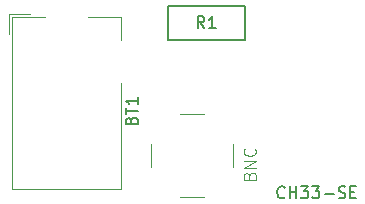
<source format=gbr>
%TF.GenerationSoftware,KiCad,Pcbnew,9.0.4-9.0.4-0~ubuntu24.04.1*%
%TF.CreationDate,2025-10-04T13:56:05-07:00*%
%TF.ProjectId,compact_photodiode_v2,636f6d70-6163-4745-9f70-686f746f6469,rev?*%
%TF.SameCoordinates,Original*%
%TF.FileFunction,Legend,Top*%
%TF.FilePolarity,Positive*%
%FSLAX46Y46*%
G04 Gerber Fmt 4.6, Leading zero omitted, Abs format (unit mm)*
G04 Created by KiCad (PCBNEW 9.0.4-9.0.4-0~ubuntu24.04.1) date 2025-10-04 13:56:05*
%MOMM*%
%LPD*%
G01*
G04 APERTURE LIST*
%ADD10C,0.150000*%
%ADD11C,0.100000*%
%ADD12C,0.152400*%
%ADD13C,0.120000*%
G04 APERTURE END LIST*
D10*
X155908207Y-126274580D02*
X155860588Y-126322200D01*
X155860588Y-126322200D02*
X155717731Y-126369819D01*
X155717731Y-126369819D02*
X155622493Y-126369819D01*
X155622493Y-126369819D02*
X155479636Y-126322200D01*
X155479636Y-126322200D02*
X155384398Y-126226961D01*
X155384398Y-126226961D02*
X155336779Y-126131723D01*
X155336779Y-126131723D02*
X155289160Y-125941247D01*
X155289160Y-125941247D02*
X155289160Y-125798390D01*
X155289160Y-125798390D02*
X155336779Y-125607914D01*
X155336779Y-125607914D02*
X155384398Y-125512676D01*
X155384398Y-125512676D02*
X155479636Y-125417438D01*
X155479636Y-125417438D02*
X155622493Y-125369819D01*
X155622493Y-125369819D02*
X155717731Y-125369819D01*
X155717731Y-125369819D02*
X155860588Y-125417438D01*
X155860588Y-125417438D02*
X155908207Y-125465057D01*
X156336779Y-126369819D02*
X156336779Y-125369819D01*
X156336779Y-125846009D02*
X156908207Y-125846009D01*
X156908207Y-126369819D02*
X156908207Y-125369819D01*
X157289160Y-125369819D02*
X157908207Y-125369819D01*
X157908207Y-125369819D02*
X157574874Y-125750771D01*
X157574874Y-125750771D02*
X157717731Y-125750771D01*
X157717731Y-125750771D02*
X157812969Y-125798390D01*
X157812969Y-125798390D02*
X157860588Y-125846009D01*
X157860588Y-125846009D02*
X157908207Y-125941247D01*
X157908207Y-125941247D02*
X157908207Y-126179342D01*
X157908207Y-126179342D02*
X157860588Y-126274580D01*
X157860588Y-126274580D02*
X157812969Y-126322200D01*
X157812969Y-126322200D02*
X157717731Y-126369819D01*
X157717731Y-126369819D02*
X157432017Y-126369819D01*
X157432017Y-126369819D02*
X157336779Y-126322200D01*
X157336779Y-126322200D02*
X157289160Y-126274580D01*
X158241541Y-125369819D02*
X158860588Y-125369819D01*
X158860588Y-125369819D02*
X158527255Y-125750771D01*
X158527255Y-125750771D02*
X158670112Y-125750771D01*
X158670112Y-125750771D02*
X158765350Y-125798390D01*
X158765350Y-125798390D02*
X158812969Y-125846009D01*
X158812969Y-125846009D02*
X158860588Y-125941247D01*
X158860588Y-125941247D02*
X158860588Y-126179342D01*
X158860588Y-126179342D02*
X158812969Y-126274580D01*
X158812969Y-126274580D02*
X158765350Y-126322200D01*
X158765350Y-126322200D02*
X158670112Y-126369819D01*
X158670112Y-126369819D02*
X158384398Y-126369819D01*
X158384398Y-126369819D02*
X158289160Y-126322200D01*
X158289160Y-126322200D02*
X158241541Y-126274580D01*
X159289160Y-125988866D02*
X160051065Y-125988866D01*
X160479636Y-126322200D02*
X160622493Y-126369819D01*
X160622493Y-126369819D02*
X160860588Y-126369819D01*
X160860588Y-126369819D02*
X160955826Y-126322200D01*
X160955826Y-126322200D02*
X161003445Y-126274580D01*
X161003445Y-126274580D02*
X161051064Y-126179342D01*
X161051064Y-126179342D02*
X161051064Y-126084104D01*
X161051064Y-126084104D02*
X161003445Y-125988866D01*
X161003445Y-125988866D02*
X160955826Y-125941247D01*
X160955826Y-125941247D02*
X160860588Y-125893628D01*
X160860588Y-125893628D02*
X160670112Y-125846009D01*
X160670112Y-125846009D02*
X160574874Y-125798390D01*
X160574874Y-125798390D02*
X160527255Y-125750771D01*
X160527255Y-125750771D02*
X160479636Y-125655533D01*
X160479636Y-125655533D02*
X160479636Y-125560295D01*
X160479636Y-125560295D02*
X160527255Y-125465057D01*
X160527255Y-125465057D02*
X160574874Y-125417438D01*
X160574874Y-125417438D02*
X160670112Y-125369819D01*
X160670112Y-125369819D02*
X160908207Y-125369819D01*
X160908207Y-125369819D02*
X161051064Y-125417438D01*
X161479636Y-125846009D02*
X161812969Y-125846009D01*
X161955826Y-126369819D02*
X161479636Y-126369819D01*
X161479636Y-126369819D02*
X161479636Y-125369819D01*
X161479636Y-125369819D02*
X161955826Y-125369819D01*
X149118333Y-111954819D02*
X148785000Y-111478628D01*
X148546905Y-111954819D02*
X148546905Y-110954819D01*
X148546905Y-110954819D02*
X148927857Y-110954819D01*
X148927857Y-110954819D02*
X149023095Y-111002438D01*
X149023095Y-111002438D02*
X149070714Y-111050057D01*
X149070714Y-111050057D02*
X149118333Y-111145295D01*
X149118333Y-111145295D02*
X149118333Y-111288152D01*
X149118333Y-111288152D02*
X149070714Y-111383390D01*
X149070714Y-111383390D02*
X149023095Y-111431009D01*
X149023095Y-111431009D02*
X148927857Y-111478628D01*
X148927857Y-111478628D02*
X148546905Y-111478628D01*
X150070714Y-111954819D02*
X149499286Y-111954819D01*
X149785000Y-111954819D02*
X149785000Y-110954819D01*
X149785000Y-110954819D02*
X149689762Y-111097676D01*
X149689762Y-111097676D02*
X149594524Y-111192914D01*
X149594524Y-111192914D02*
X149499286Y-111240533D01*
D11*
X152933609Y-124452380D02*
X152981228Y-124309523D01*
X152981228Y-124309523D02*
X153028847Y-124261904D01*
X153028847Y-124261904D02*
X153124085Y-124214285D01*
X153124085Y-124214285D02*
X153266942Y-124214285D01*
X153266942Y-124214285D02*
X153362180Y-124261904D01*
X153362180Y-124261904D02*
X153409800Y-124309523D01*
X153409800Y-124309523D02*
X153457419Y-124404761D01*
X153457419Y-124404761D02*
X153457419Y-124785713D01*
X153457419Y-124785713D02*
X152457419Y-124785713D01*
X152457419Y-124785713D02*
X152457419Y-124452380D01*
X152457419Y-124452380D02*
X152505038Y-124357142D01*
X152505038Y-124357142D02*
X152552657Y-124309523D01*
X152552657Y-124309523D02*
X152647895Y-124261904D01*
X152647895Y-124261904D02*
X152743133Y-124261904D01*
X152743133Y-124261904D02*
X152838371Y-124309523D01*
X152838371Y-124309523D02*
X152885990Y-124357142D01*
X152885990Y-124357142D02*
X152933609Y-124452380D01*
X152933609Y-124452380D02*
X152933609Y-124785713D01*
X153457419Y-123785713D02*
X152457419Y-123785713D01*
X152457419Y-123785713D02*
X153457419Y-123214285D01*
X153457419Y-123214285D02*
X152457419Y-123214285D01*
X153362180Y-122166666D02*
X153409800Y-122214285D01*
X153409800Y-122214285D02*
X153457419Y-122357142D01*
X153457419Y-122357142D02*
X153457419Y-122452380D01*
X153457419Y-122452380D02*
X153409800Y-122595237D01*
X153409800Y-122595237D02*
X153314561Y-122690475D01*
X153314561Y-122690475D02*
X153219323Y-122738094D01*
X153219323Y-122738094D02*
X153028847Y-122785713D01*
X153028847Y-122785713D02*
X152885990Y-122785713D01*
X152885990Y-122785713D02*
X152695514Y-122738094D01*
X152695514Y-122738094D02*
X152600276Y-122690475D01*
X152600276Y-122690475D02*
X152505038Y-122595237D01*
X152505038Y-122595237D02*
X152457419Y-122452380D01*
X152457419Y-122452380D02*
X152457419Y-122357142D01*
X152457419Y-122357142D02*
X152505038Y-122214285D01*
X152505038Y-122214285D02*
X152552657Y-122166666D01*
D10*
X142931009Y-119785714D02*
X142978628Y-119642857D01*
X142978628Y-119642857D02*
X143026247Y-119595238D01*
X143026247Y-119595238D02*
X143121485Y-119547619D01*
X143121485Y-119547619D02*
X143264342Y-119547619D01*
X143264342Y-119547619D02*
X143359580Y-119595238D01*
X143359580Y-119595238D02*
X143407200Y-119642857D01*
X143407200Y-119642857D02*
X143454819Y-119738095D01*
X143454819Y-119738095D02*
X143454819Y-120119047D01*
X143454819Y-120119047D02*
X142454819Y-120119047D01*
X142454819Y-120119047D02*
X142454819Y-119785714D01*
X142454819Y-119785714D02*
X142502438Y-119690476D01*
X142502438Y-119690476D02*
X142550057Y-119642857D01*
X142550057Y-119642857D02*
X142645295Y-119595238D01*
X142645295Y-119595238D02*
X142740533Y-119595238D01*
X142740533Y-119595238D02*
X142835771Y-119642857D01*
X142835771Y-119642857D02*
X142883390Y-119690476D01*
X142883390Y-119690476D02*
X142931009Y-119785714D01*
X142931009Y-119785714D02*
X142931009Y-120119047D01*
X142454819Y-119261904D02*
X142454819Y-118690476D01*
X143454819Y-118976190D02*
X142454819Y-118976190D01*
X143454819Y-117833333D02*
X143454819Y-118404761D01*
X143454819Y-118119047D02*
X142454819Y-118119047D01*
X142454819Y-118119047D02*
X142597676Y-118214285D01*
X142597676Y-118214285D02*
X142692914Y-118309523D01*
X142692914Y-118309523D02*
X142740533Y-118404761D01*
D12*
%TO.C,R1*%
X146008400Y-110064900D02*
X146008400Y-112935100D01*
X146008400Y-112935100D02*
X152561600Y-112935100D01*
X152561600Y-110064900D02*
X146008400Y-110064900D01*
X152561600Y-112935100D02*
X152561600Y-110064900D01*
D11*
%TO.C,BNC*%
X144560000Y-123740000D02*
X144560000Y-121740000D01*
X147060000Y-119240000D02*
X149060000Y-119240000D01*
X147060000Y-126240000D02*
X149060000Y-126240000D01*
X151560000Y-123740000D02*
X151560000Y-121740000D01*
D13*
%TO.C,BT1*%
X132610000Y-110760000D02*
X134350000Y-110760000D01*
X132610000Y-112500000D02*
X132610000Y-110760000D01*
X132850000Y-111000000D02*
X135650000Y-111000000D01*
X132850000Y-125600000D02*
X132850000Y-111000000D01*
X139250000Y-111000000D02*
X142050000Y-111000000D01*
X142050000Y-111000000D02*
X142050000Y-113000000D01*
X142050000Y-116600000D02*
X142050000Y-125600000D01*
X142050000Y-125600000D02*
X132850000Y-125600000D01*
%TD*%
M02*

</source>
